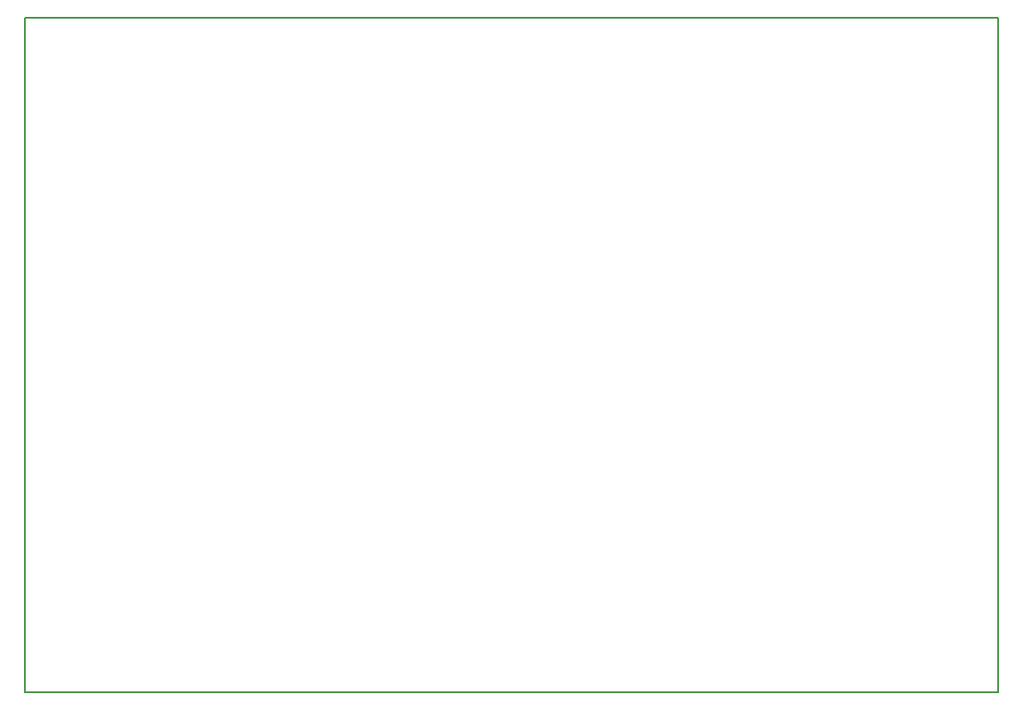
<source format=gko>
G04 (created by PCBNEW (2013-05-31 BZR 4019)-stable) date 7/17/2013 12:30:07 AM*
%MOIN*%
G04 Gerber Fmt 3.4, Leading zero omitted, Abs format*
%FSLAX34Y34*%
G01*
G70*
G90*
G04 APERTURE LIST*
%ADD10C,0.000787402*%
%ADD11C,0.00590551*%
G04 APERTURE END LIST*
G54D10*
G54D11*
X58900Y-47500D02*
X59000Y-47500D01*
X58900Y-72800D02*
X58900Y-47500D01*
X95400Y-72800D02*
X58900Y-72800D01*
X95400Y-47500D02*
X95400Y-72800D01*
X59000Y-47500D02*
X95400Y-47500D01*
M02*

</source>
